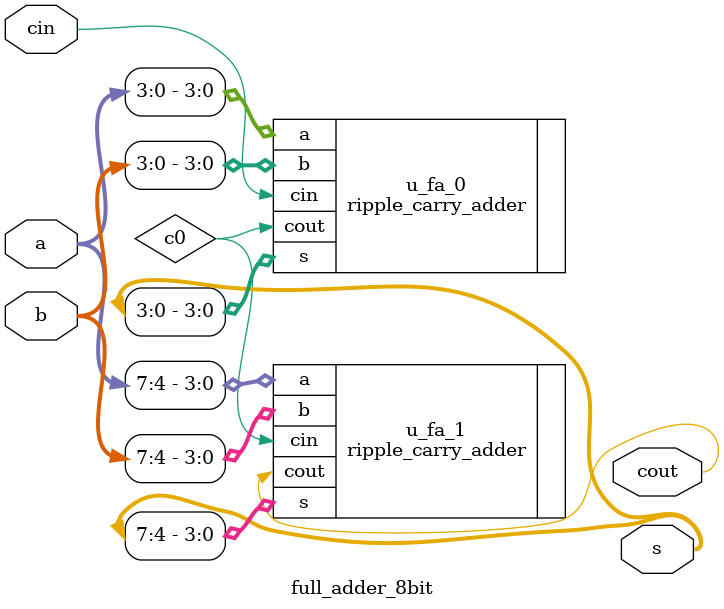
<source format=v>
`timescale 1ns/1ps

module full_adder_8bit(
  a,
  b,
  cin,
  s,
  cout
  );
  
  input [7:0] a, b;
  input cin;
  
  output [7:0] s;
  output cout;
  
  wire c0;
  
  
  ripple_carry_adder u_fa_0(
    .a(a[3:0]),
    .b(b[3:0]),
    .cin(cin),
    .s(s[3:0]),
    .cout(c0)
    );
    
  ripple_carry_adder u_fa_1(
    .a(a[7:4]),
    .b(b[7:4]),
    .cin(c0),
    .s(s[7:4]),
    .cout(cout)
    );


endmodule
</source>
